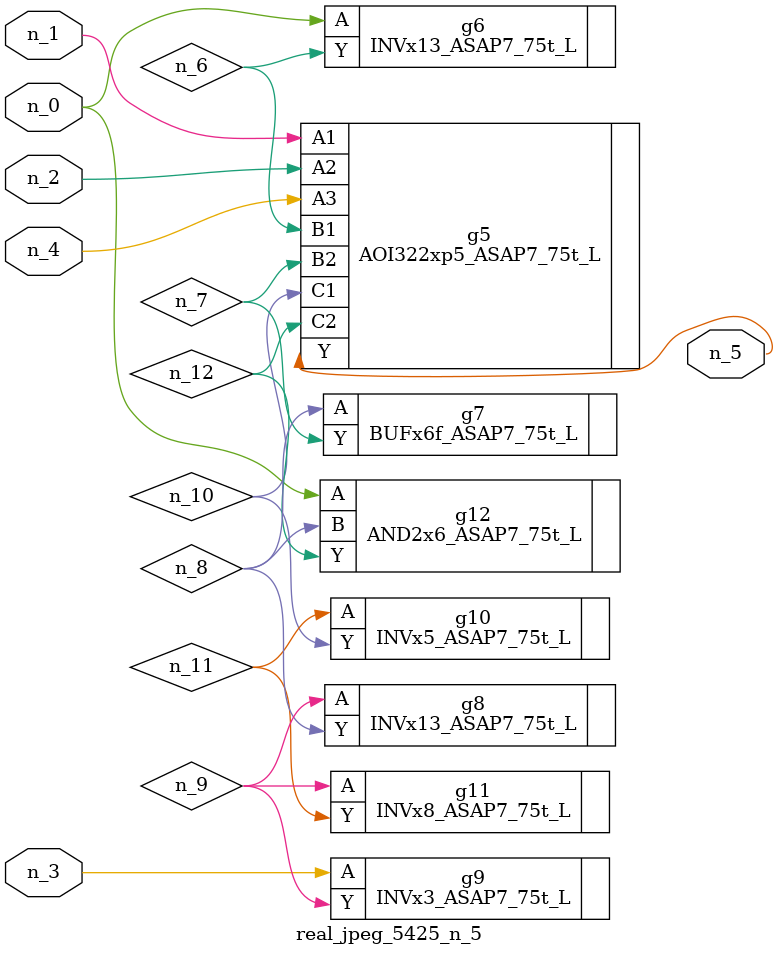
<source format=v>
module real_jpeg_5425_n_5 (n_4, n_0, n_1, n_2, n_3, n_5);

input n_4;
input n_0;
input n_1;
input n_2;
input n_3;

output n_5;

wire n_12;
wire n_8;
wire n_11;
wire n_6;
wire n_7;
wire n_10;
wire n_9;

INVx13_ASAP7_75t_L g6 ( 
.A(n_0),
.Y(n_6)
);

AND2x6_ASAP7_75t_L g12 ( 
.A(n_0),
.B(n_8),
.Y(n_12)
);

AOI322xp5_ASAP7_75t_L g5 ( 
.A1(n_1),
.A2(n_2),
.A3(n_4),
.B1(n_6),
.B2(n_7),
.C1(n_10),
.C2(n_12),
.Y(n_5)
);

INVx3_ASAP7_75t_L g9 ( 
.A(n_3),
.Y(n_9)
);

BUFx6f_ASAP7_75t_L g7 ( 
.A(n_8),
.Y(n_7)
);

INVx13_ASAP7_75t_L g8 ( 
.A(n_9),
.Y(n_8)
);

INVx8_ASAP7_75t_L g11 ( 
.A(n_9),
.Y(n_11)
);

INVx5_ASAP7_75t_L g10 ( 
.A(n_11),
.Y(n_10)
);


endmodule
</source>
